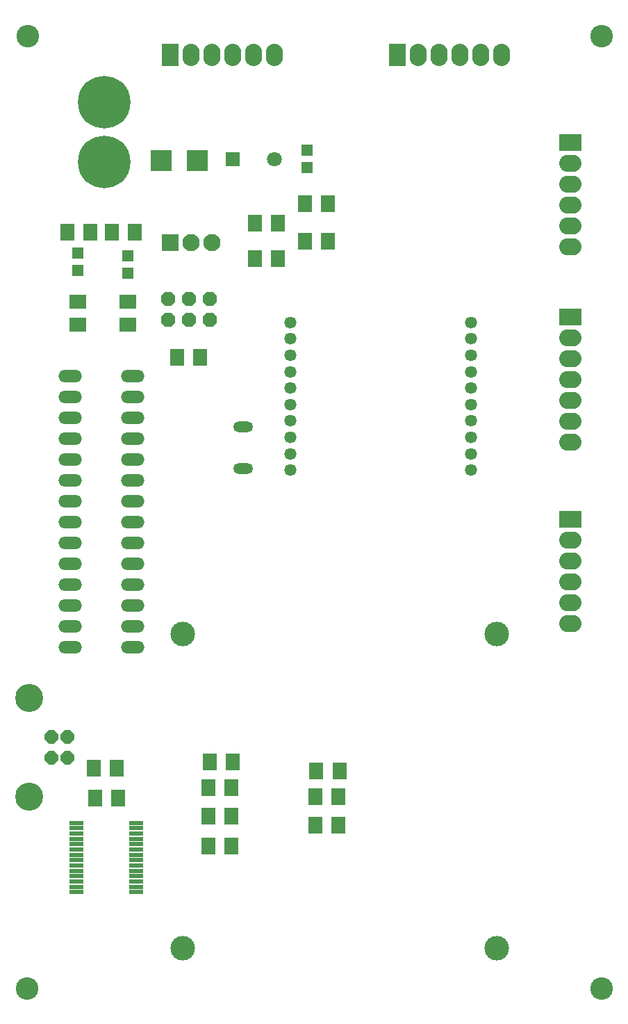
<source format=gbr>
G04 DipTrace 4.0.0.3*
G04 TopMask.gbr*
%MOIN*%
G04 #@! TF.FileFunction,Soldermask,Top*
G04 #@! TF.Part,Single*
%AMOUTLINE1*
4,1,8,
0.033937,0.014057,
0.014057,0.033937,
-0.014057,0.033937,
-0.033937,0.014057,
-0.033937,-0.014057,
-0.014057,-0.033937,
0.014057,-0.033937,
0.033937,-0.014057,
0.033937,0.014057,
0*%
%AMOUTLINE4*
4,1,8,
0.013519,-0.032638,
0.032638,-0.013519,
0.032638,0.013519,
0.013519,0.032638,
-0.013519,0.032638,
-0.032638,0.013519,
-0.032638,-0.013519,
-0.013519,-0.032638,
0.013519,-0.032638,
0*%
%ADD44C,0.108268*%
%ADD45C,0.11811*%
%ADD57O,0.111874X0.059874*%
%ADD59C,0.057874*%
%ADD61C,0.134488*%
%ADD63C,0.251969*%
%ADD65C,0.082677*%
%ADD67R,0.082677X0.082677*%
%ADD69C,0.070866*%
%ADD71R,0.070866X0.070866*%
%ADD72R,0.055118X0.055118*%
%ADD73R,0.07874X0.070866*%
%ADD75O,0.095874X0.051874*%
%ADD77O,0.106299X0.082677*%
%ADD79R,0.106299X0.082677*%
%ADD82R,0.066929X0.023622*%
%ADD84O,0.082677X0.106299*%
%ADD86R,0.082677X0.106299*%
%ADD88R,0.102362X0.102362*%
%ADD90R,0.070866X0.07874*%
%ADD96OUTLINE1*%
%ADD99OUTLINE4*%
%FSLAX26Y26*%
G04*
G70*
G90*
G75*
G01*
G04 TopMask*
%LPD*%
D90*
X1624310Y4200591D3*
X1734546D3*
X1861810Y4113092D3*
X1972046D3*
X855560Y1444341D3*
X965797D3*
X1249310Y3556841D3*
X1359546D3*
X1399310Y1356841D3*
X1509546D3*
X1399310Y1213092D3*
X1509546D3*
X1911810Y1450591D3*
X2022046D3*
X1399310Y1494341D3*
X1509546D3*
X1911810Y1313092D3*
X2022046D3*
D88*
X1174311Y4500591D3*
X1347539D3*
D90*
X1624310Y4031844D3*
X1734546D3*
D86*
X2305560Y5006841D3*
D84*
X2405560D3*
X2505560D3*
X2605560D3*
X2705560D3*
X2805560D3*
D44*
X534517Y5099066D3*
X3286761D3*
Y532136D3*
X530856D3*
D82*
X768060Y1325591D3*
Y1300000D3*
Y1274409D3*
Y1248819D3*
Y1223228D3*
Y1197638D3*
Y1172047D3*
Y1146457D3*
Y1120866D3*
Y1095276D3*
Y1069685D3*
Y1044094D3*
Y1018504D3*
Y992913D3*
X1053493D3*
Y1018504D3*
Y1044094D3*
Y1069685D3*
Y1095276D3*
Y1120866D3*
Y1146457D3*
Y1172047D3*
Y1197638D3*
Y1223228D3*
Y1248819D3*
Y1274409D3*
Y1300000D3*
Y1325591D3*
D96*
X1205562Y3738091D3*
Y3838091D3*
X1305562Y3738091D3*
Y3838091D3*
X1405562Y3738091D3*
Y3838091D3*
D72*
X1874311Y4550592D3*
Y4467915D3*
D79*
X3136812Y4588092D3*
D77*
Y4488092D3*
Y4388092D3*
Y4288092D3*
Y4188092D3*
Y4088092D3*
D90*
X1405560Y1619341D3*
X1515797D3*
X936810Y4156841D3*
X1047046D3*
D79*
X3136811Y2781841D3*
D77*
Y2681841D3*
Y2581841D3*
Y2481841D3*
Y2381841D3*
Y2281841D3*
D75*
X1568062Y3025591D3*
Y3225591D3*
D73*
X774311Y3713091D3*
Y3823327D3*
X1011811Y3713091D3*
Y3823327D3*
D90*
X724310Y4156841D3*
X834546D3*
X849310Y1588092D3*
X959546D3*
X1918060Y1575591D3*
X2028297D3*
X1861810Y4294341D3*
X1972046D3*
D72*
X1011811Y4044341D3*
Y3961664D3*
D71*
X1518060Y4506841D3*
D69*
X1714911D3*
D79*
X3136811Y3750591D3*
D77*
Y3650591D3*
Y3550591D3*
Y3450591D3*
Y3350591D3*
Y3250591D3*
Y3150591D3*
D86*
X1218060Y5006841D3*
D84*
X1318060D3*
X1418060D3*
X1518060D3*
X1618060D3*
X1718060D3*
D72*
X774311Y4056841D3*
Y3974164D3*
D45*
X1276278Y2230660D3*
X2782184D3*
Y724755D3*
X1276278D3*
D67*
X1218062Y4106841D3*
D65*
X1318062D3*
X1418062D3*
D63*
X899310Y4781841D3*
Y4495621D3*
D99*
X724310Y1638092D3*
Y1736517D3*
X645570D3*
Y1638092D3*
D61*
X538877Y1923525D3*
Y1451084D3*
D59*
X1793060Y3725591D3*
Y3646850D3*
Y3568110D3*
Y3489370D3*
Y3410630D3*
Y3331890D3*
Y3253150D3*
Y3174409D3*
Y3095669D3*
Y3016929D3*
X2659202D3*
Y3095669D3*
Y3174409D3*
Y3253150D3*
Y3331890D3*
Y3410630D3*
Y3489370D3*
Y3568110D3*
Y3646850D3*
Y3725591D3*
D57*
X736811Y3469341D3*
Y3369341D3*
Y3269341D3*
Y3169341D3*
Y3069341D3*
Y2969341D3*
Y2869341D3*
Y2769341D3*
Y2669341D3*
Y2569341D3*
Y2469341D3*
Y2369341D3*
Y2269341D3*
Y2169341D3*
X1036811D3*
Y2269341D3*
Y2369341D3*
Y2469341D3*
Y2569341D3*
Y2669341D3*
Y2769341D3*
Y2869341D3*
Y2969341D3*
Y3069341D3*
Y3169341D3*
Y3269341D3*
Y3369341D3*
Y3469341D3*
M02*

</source>
